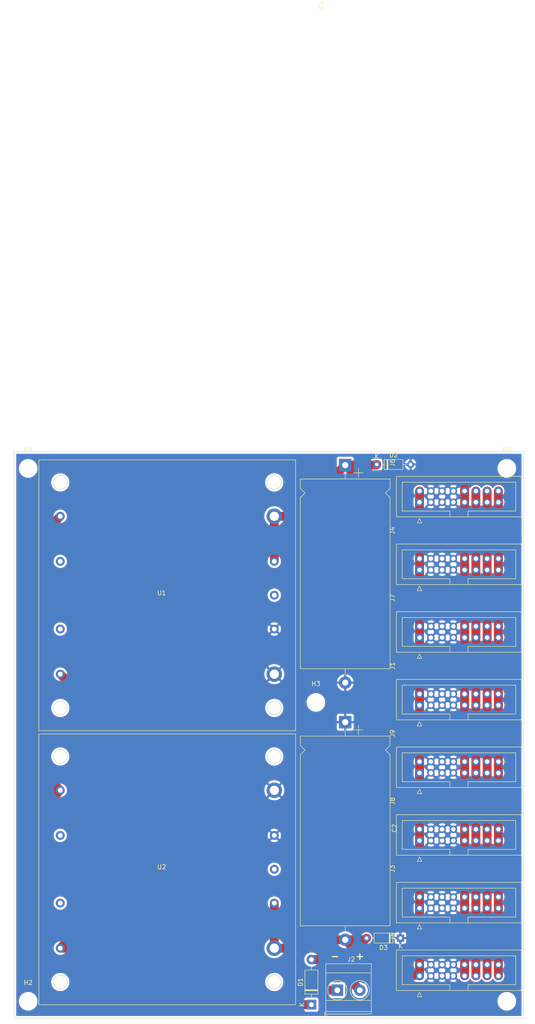
<source format=kicad_pcb>
(kicad_pcb (version 20211014) (generator pcbnew)
  (layers (0 "F.Cu" signal) (31 "B.Cu" signal) (34 "B.Paste" user) (35 "F.Paste" user) (36 "B.SilkS" user "B.Silkscreen") (37 "F.SilkS" user "F.Silkscreen") (38 "B.Mask" user) (39 "F.Mask" user) (44 "Edge.Cuts" user))
  (net 0 "")
  (net 1 "+12V")
  (net 2 "GND")
  (net 3 "-12V")
  (net 4 "Net-(D1-Pad1)")
  (net 5 "Net-(D1-Pad2)")
  (net 6 "Net-(J1-Pad11)")
  (net 7 "Net-(J1-Pad13)")
  (net 8 "Net-(J1-Pad15)")
  (net 9 "Net-(J2-Pad1)")
  (footprint "Diode_THT:D_DO-41_SOD81_P10.16mm_Horizontal" (layer "F.Cu") (at 124.206 154.432 90)
    (fp_text reference "D1" (at 5.08 -2.47 90) (layer "F.SilkS"))
    (fp_text value "1N4007")
    (fp_text user "K" (at 0 -2.1 90) (layer "F.SilkS"))
    (fp_line (start 3.26 -1.47) (end 3.26 1.47) (layer "F.SilkS") (width 0.12))
    (fp_line (start 3.14 -1.47) (end 3.14 1.47) (layer "F.SilkS") (width 0.12))
    (fp_line (start 8.82 0) (end 7.8 0) (layer "F.SilkS") (width 0.12))
    (fp_line (start 7.8 -1.47) (end 2.36 -1.47) (layer "F.SilkS") (width 0.12))
    (fp_line (start 2.36 1.47) (end 7.8 1.47) (layer "F.SilkS") (width 0.12))
    (fp_line (start 3.38 -1.47) (end 3.38 1.47) (layer "F.SilkS") (width 0.12))
    (fp_line (start 1.34 0) (end 2.36 0) (layer "F.SilkS") (width 0.12))
    (fp_line (start 2.36 -1.47) (end 2.36 1.47) (layer "F.SilkS") (width 0.12))
    (fp_line (start 7.8 1.47) (end 7.8 -1.47) (layer "F.SilkS") (width 0.12))
    (pad "1" thru_hole rect locked (at 0 0 90) (size 2.2 2.2) (drill 1.1) (layers *.Cu *.Mask) (net 4 "Net-(D1-Pad1)"))
    (pad "2" thru_hole oval locked (at 10.16 0 90) (size 2.2 2.2) (drill 1.1) (layers *.Cu *.Mask) (net 5 "Net-(D1-Pad2)"))
  )
  (footprint "Connector_IDC:IDC-Header_2x08_P2.54mm_Vertical" (layer "F.Cu") (at 148.59 147.955 90)
    (fp_text reference "J5" (at 8.89 -6.1 90) (layer "F.SilkS"))
    (fp_text value "Conn_02x08_Odd_Even")
    (fp_line (start 5.83 -5.21) (end 5.83 22.99) (layer "F.SilkS") (width 0.12))
    (fp_line (start -1.98 21.69) (end -1.98 10.94) (layer "F.SilkS") (width 0.12))
    (fp_line (start -3.29 22.99) (end -3.29 -5.21) (layer "F.SilkS") (width 0.12))
    (fp_line (start 5.83 22.99) (end -3.29 22.99) (layer "F.SilkS") (width 0.12))
    (fp_line (start 4.52 -3.91) (end 4.52 21.69) (layer "F.SilkS") (width 0.12))
    (fp_line (start -3.68 0) (end -4.68 -0.5) (layer "F.SilkS") (width 0.12))
    (fp_line (start -3.29 -5.21) (end 5.83 -5.21) (layer "F.SilkS") (width 0.12))
    (fp_line (start -4.68 0.5) (end -3.68 0) (layer "F.SilkS") (width 0.12))
    (fp_line (start -1.98 -3.91) (end 4.52 -3.91) (layer "F.SilkS") (width 0.12))
    (fp_line (start -1.98 10.94) (end -1.98 10.94) (layer "F.SilkS") (width 0.12))
    (fp_line (start -1.98 10.94) (end -3.29 10.94) (layer "F.SilkS") (width 0.12))
    (fp_line (start 4.52 21.69) (end -1.98 21.69) (layer "F.SilkS") (width 0.12))
    (fp_line (start -1.98 6.84) (end -1.98 -3.91) (layer "F.SilkS") (width 0.12))
    (fp_line (start -4.68 -0.5) (end -4.68 0.5) (layer "F.SilkS") (width 0.12))
    (fp_line (start -3.29 6.84) (end -1.98 6.84) (layer "F.SilkS") (width 0.12))
    (pad "1" thru_hole roundrect locked (at 0 0 90) (size 1.7 1.7) (drill 1) (layers *.Cu *.Mask) (roundrect_rratio 0.1470588235) (net 3 "-12V"))
    (pad "2" thru_hole circle locked (at 2.54 0 90) (size 1.7 1.7) (drill 1) (layers *.Cu *.Mask) (net 3 "-12V"))
    (pad "3" thru_hole circle locked (at 0 2.54 90) (size 1.7 1.7) (drill 1) (layers *.Cu *.Mask) (net 2 "GND"))
    (pad "4" thru_hole circle locked (at 2.54 2.54 90) (size 1.7 1.7) (drill 1) (layers *.Cu *.Mask) (net 2 "GND"))
    (pad "5" thru_hole circle locked (at 0 5.08 90) (size 1.7 1.7) (drill 1) (layers *.Cu *.Mask) (net 2 "GND"))
    (pad "6" thru_hole circle locked (at 2.54 5.08 90) (size 1.7 1.7) (drill 1) (layers *.Cu *.Mask) (net 2 "GND"))
    (pad "7" thru_hole circle locked (at 0 7.62 90) (size 1.7 1.7) (drill 1) (layers *.Cu *.Mask) (net 2 "GND"))
    (pad "8" thru_hole circle locked (at 2.54 7.62 90) (size 1.7 1.7) (drill 1) (layers *.Cu *.Mask) (net 2 "GND"))
    (pad "9" thru_hole circle locked (at 0 10.16 90) (size 1.7 1.7) (drill 1) (layers *.Cu *.Mask) (net 1 "+12V"))
    (pad "10" thru_hole circle locked (at 2.54 10.16 90) (size 1.7 1.7) (drill 1) (layers *.Cu *.Mask) (net 1 "+12V"))
    (pad "11" thru_hole circle locked (at 0 12.7 90) (size 1.7 1.7) (drill 1) (layers *.Cu *.Mask) (net 6 "Net-(J1-Pad11)"))
    (pad "12" thru_hole circle locked (at 2.54 12.7 90) (size 1.7 1.7) (drill 1) (layers *.Cu *.Mask) (net 6 "Net-(J1-Pad11)"))
    (pad "13" thru_hole circle locked (at 0 15.24 90) (size 1.7 1.7) (drill 1) (layers *.Cu *.Mask) (net 7 "Net-(J1-Pad13)"))
    (pad "14" thru_hole circle locked (at 2.54 15.24 90) (size 1.7 1.7) (drill 1) (layers *.Cu *.Mask) (net 7 "Net-(J1-Pad13)"))
    (pad "15" thru_hole circle locked (at 0 17.78 90) (size 1.7 1.7) (drill 1) (layers *.Cu *.Mask) (net 8 "Net-(J1-Pad15)"))
    (pad "16" thru_hole circle locked (at 2.54 17.78 90) (size 1.7 1.7) (drill 1) (layers *.Cu *.Mask) (net 8 "Net-(J1-Pad15)"))
  )
  (footprint "Connector_IDC:IDC-Header_2x08_P2.54mm_Vertical" (layer "F.Cu") (at 148.59 117.475 90)
    (fp_text reference "J8" (at 8.89 -6.1 90) (layer "F.SilkS"))
    (fp_text value "Conn_02x08_Odd_Even")
    (fp_line (start -1.98 10.94) (end -1.98 10.94) (layer "F.SilkS") (width 0.12))
    (fp_line (start -3.29 -5.21) (end 5.83 -5.21) (layer "F.SilkS") (width 0.12))
    (fp_line (start -4.68 -0.5) (end -4.68 0.5) (layer "F.SilkS") (width 0.12))
    (fp_line (start -3.29 22.99) (end -3.29 -5.21) (layer "F.SilkS") (width 0.12))
    (fp_line (start 4.52 21.69) (end -1.98 21.69) (layer "F.SilkS") (width 0.12))
    (fp_line (start -4.68 0.5) (end -3.68 0) (layer "F.SilkS") (width 0.12))
    (fp_line (start 4.52 -3.91) (end 4.52 21.69) (layer "F.SilkS") (width 0.12))
    (fp_line (start 5.83 -5.21) (end 5.83 22.99) (layer "F.SilkS") (width 0.12))
    (fp_line (start -3.68 0) (end -4.68 -0.5) (layer "F.SilkS") (width 0.12))
    (fp_line (start -1.98 10.94) (end -3.29 10.94) (layer "F.SilkS") (width 0.12))
    (fp_line (start -3.29 6.84) (end -1.98 6.84) (layer "F.SilkS") (width 0.12))
    (fp_line (start -1.98 6.84) (end -1.98 -3.91) (layer "F.SilkS") (width 0.12))
    (fp_line (start -1.98 21.69) (end -1.98 10.94) (layer "F.SilkS") (width 0.12))
    (fp_line (start 5.83 22.99) (end -3.29 22.99) (layer "F.SilkS") (width 0.12))
    (fp_line (start -1.98 -3.91) (end 4.52 -3.91) (layer "F.SilkS") (width 0.12))
    (pad "1" thru_hole roundrect locked (at 0 0 90) (size 1.7 1.7) (drill 1) (layers *.Cu *.Mask) (roundrect_rratio 0.1470588235) (net 3 "-12V"))
    (pad "2" thru_hole circle locked (at 2.54 0 90) (size 1.7 1.7) (drill 1) (layers *.Cu *.Mask) (net 3 "-12V"))
    (pad "3" thru_hole circle locked (at 0 2.54 90) (size 1.7 1.7) (drill 1) (layers *.Cu *.Mask) (net 2 "GND"))
    (pad "4" thru_hole circle locked (at 2.54 2.54 90) (size 1.7 1.7) (drill 1) (layers *.Cu *.Mask) (net 2 "GND"))
    (pad "5" thru_hole circle locked (at 0 5.08 90) (size 1.7 1.7) (drill 1) (layers *.Cu *.Mask) (net 2 "GND"))
    (pad "6" thru_hole circle locked (at 2.54 5.08 90) (size 1.7 1.7) (drill 1) (layers *.Cu *.Mask) (net 2 "GND"))
    (pad "7" thru_hole circle locked (at 0 7.62 90) (size 1.7 1.7) (drill 1) (layers *.Cu *.Mask) (net 2 "GND"))
    (pad "8" thru_hole circle locked (at 2.54 7.62 90) (size 1.7 1.7) (drill 1) (layers *.Cu *.Mask) (net 2 "GND"))
    (pad "9" thru_hole circle locked (at 0 10.16 90) (size 1.7 1.7) (drill 1) (layers *.Cu *.Mask) (net 1 "+12V"))
    (pad "10" thru_hole circle locked (at 2.54 10.16 90) (size 1.7 1.7) (drill 1) (layers *.Cu *.Mask) (net 1 "+12V"))
    (pad "11" thru_hole circle locked (at 0 12.7 90) (size 1.7 1.7) (drill 1) (layers *.Cu *.Mask) (net 6 "Net-(J1-Pad11)"))
    (pad "12" thru_hole circle locked (at 2.54 12.7 90) (size 1.7 1.7) (drill 1) (layers *.Cu *.Mask) (net 6 "Net-(J1-Pad11)"))
    (pad "13" thru_hole circle locked (at 0 15.24 90) (size 1.7 1.7) (drill 1) (layers *.Cu *.Mask) (net 7 "Net-(J1-Pad13)"))
    (pad "14" thru_hole circle locked (at 2.54 15.24 90) (size 1.7 1.7) (drill 1) (layers *.Cu *.Mask) (net 7 "Net-(J1-Pad13)"))
    (pad "15" thru_hole circle locked (at 0 17.78 90) (size 1.7 1.7) (drill 1) (layers *.Cu *.Mask) (net 8 "Net-(J1-Pad15)"))
    (pad "16" thru_hole circle locked (at 2.54 17.78 90) (size 1.7 1.7) (drill 1) (layers *.Cu *.Mask) (net 8 "Net-(J1-Pad15)"))
  )
  (footprint "MountingHole:MountingHole_3.2mm_M3" (layer "F.Cu") (at 125.222 86.36)
    (fp_text reference "H3" (at 0 -4.2) (layer "F.SilkS"))
    (fp_text value "MountingHole")
    (pad "" np_thru_hole circle locked (at 0 0) (size 3.2 3.2) (drill 3.2) (layers *.Cu *.Mask))
  )
  (footprint "MountingHole:MountingHole_3.2mm_M3" (layer "F.Cu") (at 168.275 33.655)
    (fp_text reference "H1" (at 0 -4.2) (layer "F.SilkS"))
    (fp_text value "MountingHole")
    (pad "" np_thru_hole circle locked (at 0 0) (size 3.2 3.2) (drill 3.2) (layers *.Cu *.Mask))
  )
  (footprint "TerminalBlock_Phoenix:TerminalBlock_Phoenix_MKDS-3-2-5.08_1x02_P5.08mm_Horizontal" (layer "F.Cu") (at 130.043 151.176)
    (fp_text reference "J2" (at 3.155 -6.965) (layer "F.SilkS"))
    (fp_text value "Screw_Terminal_01x02")
    (fp_line (start -2.6 -3.9) (end 7.68 -3.9) (layer "F.SilkS") (width 0.12))
    (fp_line (start 7.68 -5.96) (end 7.68 5.36) (layer "F.SilkS") (width 0.12))
    (fp_line (start -2.84 4.86) (end -2.84 5.6) (layer "F.SilkS") (width 0.12))
    (fp_line (start 6.468 -1.654) (end 6.088 -1.274) (layer "F.SilkS") (width 0.12))
    (fp_line (start 4.073 1.274) (end 3.693 1.654) (layer "F.SilkS") (width 0.12))
    (fp_line (start -2.6 -5.96) (end 7.68 -5.96) (layer "F.SilkS") (width 0.12))
    (fp_line (start 3.822 0.992) (end 3.427 1.388) (layer "F.SilkS") (width 0.12))
    (fp_line (start 6.734 -1.388) (end 6.339 -0.992) (layer "F.SilkS") (width 0.12))
    (fp_line (start -2.6 4.8) (end 7.68 4.8) (layer "F.SilkS") (width 0.12))
    (fp_line (start -1.548 1.281) (end -1.654 1.388) (layer "F.SilkS") (width 0.12))
    (fp_line (start -2.6 -5.96) (end -2.6 5.36) (layer "F.SilkS") (width 0.12))
    (fp_line (start -2.84 5.6) (end -2.34 5.6) (layer "F.SilkS") (width 0.12))
    (fp_line (start -2.6 5.36) (end 7.68 5.36) (layer "F.SilkS") (width 0.12))
    (fp_line (start -1.282 1.547) (end -1.388 1.654) (layer "F.SilkS") (width 0.12))
    (fp_line (start -2.6 2.3) (end 7.68 2.3) (layer "F.SilkS") (width 0.12))
    (fp_line (start 1.654 -1.388) (end 1.547 -1.281) (layer "F.SilkS") (width 0.12))
    (fp_line (start 1.388 -1.654) (end 1.281 -1.547) (layer "F.SilkS") (width 0.12))
    (fp_circle (center 0 0) (end 2.18 0) (layer "F.SilkS") (width 0.12) (fill none))
    (fp_circle (center 5.08 0) (end 7.26 0) (layer "F.SilkS") (width 0.12) (fill none))
    (pad "1" thru_hole rect locked (at 0 0) (size 2.6 2.6) (drill 1.3) (layers *.Cu *.Mask) (net 9 "Net-(J2-Pad1)"))
    (pad "2" thru_hole circle locked (at 5.08 0) (size 2.6 2.6) (drill 1.3) (layers *.Cu *.Mask) (net 5 "Net-(D1-Pad2)"))
  )
  (footprint "MountingHole:MountingHole_3.2mm_M3" (layer "F.Cu") (at 168.275 153.67 90)
    (fp_text reference "H5" (at 0 0 90) (layer "F.SilkS"))
    (fp_text value "MountingHole")
    (pad "" np_thru_hole circle locked (at 0 0 90) (size 3.2 3.2) (drill 3.2) (layers *.Cu *.Mask))
  )
  (footprint "Connector_IDC:IDC-Header_2x08_P2.54mm_Vertical" (layer "F.Cu") (at 148.59 71.755 90)
    (fp_text reference "J7" (at 8.89 -6.1 90) (layer "F.SilkS"))
    (fp_text value "Conn_02x08_Odd_Even")
    (fp_line (start -3.68 0) (end -4.68 -0.5) (layer "F.SilkS") (width 0.12))
    (fp_line (start -1.98 21.69) (end -1.98 10.94) (layer "F.SilkS") (width 0.12))
    (fp_line (start -4.68 -0.5) (end -4.68 0.5) (layer "F.SilkS") (width 0.12))
    (fp_line (start -3.29 6.84) (end -1.98 6.84) (layer "F.SilkS") (width 0.12))
    (fp_line (start -3.29 22.99) (end -3.29 -5.21) (layer "F.SilkS") (width 0.12))
    (fp_line (start -1.98 10.94) (end -1.98 10.94) (layer "F.SilkS") (width 0.12))
    (fp_line (start -4.68 0.5) (end -3.68 0) (layer "F.SilkS") (width 0.12))
    (fp_line (start -3.29 -5.21) (end 5.83 -5.21) (layer "F.SilkS") (width 0.12))
    (fp_line (start 4.52 -3.91) (end 4.52 21.69) (layer "F.SilkS") (width 0.12))
    (fp_line (start 5.83 -5.21) (end 5.83 22.99) (layer "F.SilkS") (width 0.12))
    (fp_line (start 5.83 22.99) (end -3.29 22.99) (layer "F.SilkS") (width 0.12))
    (fp_line (start -1.98 -3.91) (end 4.52 -3.91) (layer "F.SilkS") (width 0.12))
    (fp_line (start 4.52 21.69) (end -1.98 21.69) (layer "F.SilkS") (width 0.12))
    (fp_line (start -1.98 10.94) (end -3.29 10.94) (layer "F.SilkS") (width 0.12))
    (fp_line (start -1.98 6.84) (end -1.98 -3.91) (layer "F.SilkS") (width 0.12))
    (pad "1" thru_hole roundrect locked (at 0 0 90) (size 1.7 1.7) (drill 1) (layers *.Cu *.Mask) (roundrect_rratio 0.1470588235) (net 3 "-12V"))
    (pad "2" thru_hole circle locked (at 2.54 0 90) (size 1.7 1.7) (drill 1) (layers *.Cu *.Mask) (net 3 "-12V"))
    (pad "3" thru_hole circle locked (at 0 2.54 90) (size 1.7 1.7) (drill 1) (layers *.Cu *.Mask) (net 2 "GND"))
    (pad "4" thru_hole circle locked (at 2.54 2.54 90) (size 1.7 1.7) (drill 1) (layers *.Cu *.Mask) (net 2 "GND"))
    (pad "5" thru_hole circle locked (at 0 5.08 90) (size 1.7 1.7) (drill 1) (layers *.Cu *.Mask) (net 2 "GND"))
    (pad "6" thru_hole circle locked (at 2.54 5.08 90) (size 1.7 1.7) (drill 1) (layers *.Cu *.Mask) (net 2 "GND"))
    (pad "7" thru_hole circle locked (at 0 7.62 90) (size 1.7 1.7) (drill 1) (layers *.Cu *.Mask) (net 2 "GND"))
    (pad "8" thru_hole circle locked (at 2.54 7.62 90) (size 1.7 1.7) (drill 1) (layers *.Cu *.Mask) (net 2 "GND"))
    (pad "9" thru_hole circle locked (at 0 10.16 90) (size 1.7 1.7) (drill 1) (layers *.Cu *.Mask) (net 1 "+12V"))
    (pad "10" thru_hole circle locked (at 2.54 10.16 90) (size 1.7 1.7) (drill 1) (layers *.Cu *.Mask) (net 1 "+12V"))
    (pad "11" thru_hole circle locked (at 0 12.7 90) (size 1.7 1.7) (drill 1) (layers *.Cu *.Mask) (net 6 "Net-(J1-Pad11)"))
    (pad "12" thru_hole circle locked (at 2.54 12.7 90) (size 1.7 1.7) (drill 1) (layers *.Cu *.Mask) (net 6 "Net-(J1-Pad11)"))
    (pad "13" thru_hole circle locked (at 0 15.24 90) (size 1.7 1.7) (drill 1) (layers *.Cu *.Mask) (net 7 "Net-(J1-Pad13)"))
    (pad "14" thru_hole circle locked (at 2.54 15.24 90) (size 1.7 1.7) (drill 1) (layers *.Cu *.Mask) (net 7 "Net-(J1-Pad13)"))
    (pad "15" thru_hole circle locked (at 0 17.78 90) (size 1.7 1.7) (drill 1) (layers *.Cu *.Mask) (net 8 "Net-(J1-Pad15)"))
    (pad "16" thru_hole circle locked (at 2.54 17.78 90) (size 1.7 1.7) (drill 1) (layers *.Cu *.Mask) (net 8 "Net-(J1-Pad15)"))
  )
  (footprint "Alex Custom:VHB75" (layer "F.Cu") (at 90.429 123.932)
    (fp_text reference "U2" (at 0 -0.5 unlocked) (layer "F.SilkS"))
    (fp_text value "VHB75")
    (fp_rect (start -27.685 -30.48) (end 30.215 30.52) (layer "F.SilkS") (width 0.12) (fill none))
    (fp_circle (center -22.86 -25.4) (end -21.31 -25.4) (layer "Edge.Cuts") (width 0.12) (fill none))
    (fp_circle (center -22.86 25.4) (end -21.31 25.4) (layer "Edge.Cuts") (width 0.12) (fill none))
    (fp_circle (center 25.4 25.4) (end 26.95 25.4) (layer "Edge.Cuts") (width 0.12) (fill none))
    (fp_circle (center 25.4 -25.4) (end 26.95 -25.4) (layer "Edge.Cuts") (width 0.12) (fill none))
    (pad "1" thru_hole circle (at -22.86 -17.78) (size 2 2) (drill 1.1) (layers *.Cu *.Mask) (net 4 "Net-(D1-Pad1)"))
    (pad "2" thru_hole circle (at -22.86 -7.62) (size 2 2) (drill 1.1) (layers *.Cu *.Mask))
    (pad "3" thru_hole circle (at -22.86 7.62) (size 2 2) (drill 1.1) (layers *.Cu *.Mask))
    (pad "4" thru_hole circle (at -22.86 17.78) (size 2 2) (drill 1.1) (layers *.Cu *.Mask) (net 9 "Net-(J2-Pad1)"))
    (pad "5" thru_hole circle (at 25.4 17.78) (size 3.5 3.5) (drill 2.1) (layers *.Cu *.Mask) (net 3 "-12V"))
    (pad "6" thru_hole circle (at 25.4 7.62) (size 2 2) (drill 1.1) (layers *.Cu *.Mask) (net 3 "-12V"))
    (pad "7" thru_hole circle (at 25.4 0) (size 2 2) (drill 1.1) (layers *.Cu *.Mask))
    (pad "8" thru_hole circle (at 25.4 -7.62) (size 2 2) (drill 1.1) (layers *.Cu *.Mask) (net 2 "GND"))
    (pad "9" thru_hole circle (at 25.4 -17.78) (size 3.5 3.5) (drill 2.1) (layers *.Cu *.Mask) (net 2 "GND"))
  )
  (footprint "Capacitor_THT:CP_Axial_L42.5mm_D20.0mm_P49.00mm_Horizontal" (layer "F.Cu") (at 131.826 90.816 -90)
    (fp_text reference "C2" (at 23.885 -11.115 90) (layer "F.SilkS"))
    (fp_text value "4700u")
    (fp_line (start 7.33 10.12) (end 45.87 10.12) (layer "F.SilkS") (width 0.12))
    (fp_line (start 1.73 -4.05) (end 1.73 -1.95) (layer "F.SilkS") (width 0.12))
    (fp_line (start 3.13 -10.12) (end 3.13 10.12) (layer "F.SilkS") (width 0.12))
    (fp_line (start 5.23 10.12) (end 6.28 9.07) (layer "F.SilkS") (width 0.12))
    (fp_line (start 1.64 0) (end 3.13 0) (layer "F.SilkS") (width 0.12))
    (fp_line (start 6.28 9.07) (end 7.33 10.12) (layer "F.SilkS") (width 0.12))
    (fp_line (start 47.36 0) (end 45.87 0) (layer "F.SilkS") (width 0.12))
    (fp_line (start 3.13 10.12) (end 5.23 10.12) (layer "F.SilkS") (width 0.12))
    (fp_line (start 6.28 -9.07) (end 7.33 -10.12) (layer "F.SilkS") (width 0.12))
    (fp_line (start 0.68 -3) (end 2.78 -3) (layer "F.SilkS") (width 0.12))
    (fp_line (start 5.23 -10.12) (end 6.28 -9.07) (layer "F.SilkS") (width 0.12))
    (fp_line (start 7.33 -10.12) (end 45.87 -10.12) (layer "F.SilkS") (width 0.12))
    (fp_line (start 45.87 -10.12) (end 45.87 10.12) (layer "F.SilkS") (width 0.12))
    (fp_line (start 3.13 -10.12) (end 5.23 -10.12) (layer "F.SilkS") (width 0.12))
    (pad "1" thru_hole rect locked (at 0 0 270) (size 2.8 2.8) (drill 1.4) (layers *.Cu *.Mask) (net 2 "GND"))
    (pad "2" thru_hole oval locked (at 49 0 270) (size 2.8 2.8) (drill 1.4) (layers *.Cu *.Mask) (net 3 "-12V"))
  )
  (footprint "Diode_THT:D_DO-35_SOD27_P7.62mm_Horizontal" (layer "F.Cu") (at 144.272 139.446 180)
    (fp_text reference "D3" (at 3.81 -2.12) (layer "F.SilkS"))
    (fp_text value "1N4148")
    (fp_text user "K" (at 0 -1.8) (layer "F.SilkS"))
    (fp_line (start 5.93 -1.12) (end 1.69 -1.12) (layer "F.SilkS") (width 0.12))
    (fp_line (start 5.93 1.12) (end 5.93 -1.12) (layer "F.SilkS") (width 0.12))
    (fp_line (start 1.04 0) (end 1.69 0) (layer "F.SilkS") (width 0.12))
    (fp_line (start 6.58 0) (end 5.93 0) (layer "F.SilkS") (width 0.12))
    (fp_line (start 2.29 -1.12) (end 2.29 1.12) (layer "F.SilkS") (width 0.12))
    (fp_line (start 1.69 1.12) (end 5.93 1.12) (layer "F.SilkS") (width 0.12))
    (fp_line (start 2.53 -1.12) (end 2.53 1.12) (layer "F.SilkS") (width 0.12))
    (fp_line (start 2.41 -1.12) (end 2.41 1.12) (layer "F.SilkS") (width 0.12))
    (fp_line (start 1.69 -1.12) (end 1.69 1.12) (layer "F.SilkS") (width 0.12))
    (pad "1" thru_hole rect locked (at 0 0 180) (size 1.6 1.6) (drill 0.8) (layers *.Cu *.Mask) (net 2 "GND"))
    (pad "2" thru_hole oval locked (at 7.62 0 180) (size 1.6 1.6) (drill 0.8) (layers *.Cu *.Mask) (net 3 "-12V"))
  )
  (footprint "MountingHole:MountingHole_3.2mm_M3" (layer "F.Cu") (at 60.325 153.67)
    (fp_text reference "H2" (at 0 -4.2) (layer "F.SilkS"))
    (fp_text value "MountingHole")
    (pad "" np_thru_hole circle locked (at 0 0) (size 3.2 3.2) (drill 3.2) (layers *.Cu *.Mask))
  )
  (footprint "Diode_THT:D_DO-35_SOD27_P7.62mm_Horizontal" (layer "F.Cu") (at 138.938 32.766)
    (fp_text reference "D2" (at 3.81 -2.12) (layer "F.SilkS"))
    (fp_text value "1N4148")
    (fp_text user "K" (at 0 -1.8) (layer "F.SilkS"))
    (fp_line (start 5.93 1.12) (end 5.93 -1.12) (layer "F.SilkS") (width 0.12))
    (fp_line (start 2.53 -1.12) (end 2.53 1.12) (layer "F.SilkS") (width 0.12))
    (fp_line (start 1.69 1.12) (end 5.93 1.12) (layer "F.SilkS") (width 0.12))
    (fp_line (start 6.58 0) (end 5.93 0) (layer "F.SilkS") (width 0.12))
    (fp_line (start 1.69 -1.12) (end 1.69 1.12) (layer "F.SilkS") (width 0.12))
    (fp_line (start 1.04 0) (end 1.69 0) (layer "F.SilkS") (width 0.12))
    (fp_line (start 2.41 -1.12) (end 2.41 1.12) (layer "F.SilkS") (width 0.12))
    (fp_line (start 5.93 -1.12) (end 1.69 -1.12) (layer "F.SilkS") (width 0.12))
    (fp_line (start 2.29 -1.12) (end 2.29 1.12) (layer "F.SilkS") (width 0.12))
    (pad "1" thru_hole rect locked (at 0 0) (size 1.6 1.6) (drill 0.8) (layers *.Cu *.Mask) (net 1 "+12V"))
    (pad "2" thru_hole oval locked (at 7.62 0) (size 1.6 1.6) (drill 0.8) (layers *.Cu *.Mask) (net 2 "GND"))
  )
  (footprint "Capacitor_THT:CP_Axial_L42.5mm_D20.0mm_P49.00mm_Horizontal" (layer "F.Cu") (at 131.826 32.904 -90)
    (fp_text reference "C1" (at -103.6525 5.39 90) (layer "F.SilkS"))
    (fp_text value "4700u")
    (fp_line (start 47.36 0) (end 45.87 0) (layer "F.SilkS") (width 0.12))
    (fp_line (start 1.73 -4.05) (end 1.73 -1.95) (layer "F.SilkS") (width 0.12))
    (fp_line (start 3.13 -10.12) (end 3.13 10.12) (layer "F.SilkS") (width 0.12))
    (fp_line (start 7.33 -10.12) (end 45.87 -10.12) (layer "F.SilkS") (width 0.12))
    (fp_line (start 5.23 10.12) (end 6.28 9.07) (layer "F.SilkS") (width 0.12))
    (fp_line (start 3.13 -10.12) (end 5.23 -10.12) (layer "F.SilkS") (width 0.12))
    (fp_line (start 6.28 -9.07) (end 7.33 -10.12) (layer "F.SilkS") (width 0.12))
    (fp_line (start 45.87 -10.12) (end 45.87 10.12) (layer "F.SilkS") (width 0.12))
    (fp_line (start 6.28 9.07) (end 7.33 10.12) (layer "F.SilkS") (width 0.12))
    (fp_line (start 1.64 0) (end 3.13 0) (layer "F.SilkS") (width 0.12))
    (fp_line (start 7.33 10.12) (end 45.87 10.12) (layer "F.SilkS") (width 0.12))
    (fp_line (start 3.13 10.12) (end 5.23 10.12) (layer "F.SilkS") (width 0.12))
    (fp_line (start 0.68 -3) (end 2.78 -3) (layer "F.SilkS") (width 0.12))
    (fp_line (start 5.23 -10.12) (end 6.28 -9.07) (layer "F.SilkS") (width 0.12))
    (pad "1" thru_hole rect locked (at 0 0 270) (size 2.8 2.8) (drill 1.4) (layers *.Cu *.Mask) (net 1 "+12V"))
    (pad "2" thru_hole oval locked (at 49 0 270) (size 2.8 2.8) (drill 1.4) (layers *.Cu *.Mask) (net 2 "GND"))
  )
  (footprint "Connector_IDC:IDC-Header_2x08_P2.54mm_Vertical" (layer "F.Cu") (at 148.59 132.715 90)
    (fp_text reference "J3" (at 8.89 -6.1 90) (layer "F.SilkS"))
    (fp_text value "Conn_02x08_Odd_Even")
    (fp_line (start -1.98 10.94) (end -1.98 10.94) (layer "F.SilkS") (width 0.12))
    (fp_line (start -1.98 21.69) (end -1.98 10.94) (layer "F.SilkS") (width 0.12))
    (fp_line (start -4.68 0.5) (end -3.68 0) (layer "F.SilkS") (width 0.12))
    (fp_line (start 5.83 22.99) (end -3.29 22.99) (layer "F.SilkS") (width 0.12))
    (fp_line (start -3.68 0) (end -4.68 -0.5) (layer "F.SilkS") (width 0.12))
    (fp_line (start -3.29 22.99) (end -3.29 -5.21) (layer "F.SilkS") (width 0.12))
    (fp_line (start -3.29 6.84) (end -1.98 6.84) (layer "F.SilkS") (width 0.12))
    (fp_line (start 4.52 -3.91) (end 4.52 21.69) (layer "F.SilkS") (width 0.12))
    (fp_line (start 5.83 -5.21) (end 5.83 22.99) (layer "F.SilkS") (width 0.12))
    (fp_line (start -1.98 10.94) (end -3.29 10.94) (layer "F.SilkS") (width 0.12))
    (fp_line (start 4.52 21.69) (end -1.98 21.69) (layer "F.SilkS") (width 0.12))
    (fp_line (start -1.98 -3.91) (end 4.52 -3.91) (layer "F.SilkS") (width 0.12))
    (fp_line (start -3.29 -5.21) (end 5.83 -5.21) (layer "F.SilkS") (width 0.12))
    (fp_line (start -4.68 -0.5) (end -4.68 0.5) (layer "F.SilkS") (width 0.12))
    (fp_line (start -1.98 6.84) (end -1.98 -3.91) (layer "F.SilkS") (width 0.12))
    (pad "1" thru_hole roundrect locked (at 0 0 90) (size 1.7 1.7) (drill 1) (layers *.Cu *.Mask) (roundrect_rratio 0.1470588235) (net 3 "-12V"))
    (pad "2" thru_hole circle locked (at 2.54 0 90) (size 1.7 1.7) (drill 1) (layers *.Cu *.Mask) (net 3 "-12V"))
    (pad "3" thru_hole circle locked (at 0 2.54 90) (size 1.7 1.7) (drill 1) (layers *.Cu *.Mask) (net 2 "GND"))
    (pad "4" thru_hole circle locked (at 2.54 2.54 90) (size 1.7 1.7) (drill 1) (layers *.Cu *.Mask) (net 2 "GND"))
    (pad "5" thru_hole circle locked (at 0 5.08 90) (size 1.7 1.7) (drill 1) (layers *.Cu *.Mask) (net 2 "GND"))
    (pad "6" thru_hole circle locked (at 2.54 5.08 90) (size 1.7 1.7) (drill 1) (layers *.Cu *.Mask) (net 2 "GND"))
    (pad "7" thru_hole circle locked (at 0 7.62 90) (size 1.7 1.7) (drill 1) (layers *.Cu *.Mask) (net 2 "GND"))
    (pad "8" thru_hole circle locked (at 2.54 7.62 90) (size 1.7 1.7) (drill 1) (layers *.Cu *.Mask) (net 2 "GND"))
    (pad "9" thru_hole circle locked (at 0 10.16 90) (size 1.7 1.7) (drill 1) (layers *.Cu *.Mask) (net 1 "+12V"))
    (pad "10" thru_hole circle locked (at 2.54 10.16 90) (size 1.7 1.7) (drill 1) (layers *.Cu *.Mask) (net 1 "+12V"))
    (pad "11" thru_hole circle locked (at 0 12.7 90) (size 1.7 1.7) (drill 1) (layers *.Cu *.Mask) (net 6 "Net-(J1-Pad11)"))
    (pad "12" thru_hole circle locked (at 2.54 12.7 90) (size 1.7 1.7) (drill 1) (layers *.Cu *.Mask) (net 6 "Net-(J1-Pad11)"))
    (pad "13" thru_hole circle locked (at 0 15.24 90) (size 1.7 1.7) (drill 1) (layers *.Cu *.Mask) (net 7 "Net-(J1-Pad13)"))
    (pad "14" thru_hole circle locked (at 2.54 15.24 90) (size 1.7 1.7) (drill 1) (layers *.Cu *.Mask) (net 7 "Net-(J1-Pad13)"))
    (pad "15" thru_hole circle locked (at 0 17.78 90) (size 1.7 1.7) (drill 1) (layers *.Cu *.Mask) (net 8 "Net-(J1-Pad15)"))
    (pad "16" thru_hole circle locked (at 2.54 17.78 90) (size 1.7 1.7) (drill 1) (layers *.Cu *.Mask) (net 8 "Net-(J1-Pad15)"))
  )
  (footprint "MountingHole:MountingHole_3.2mm_M3" (layer "F.Cu") (at 60.325 33.655)
    (fp_text reference "H4" (at 0 -4.2) (layer "F.SilkS"))
    (fp_text value "MountingHole")
    (pad "" np_thru_hole circle locked (at 0 0) (size 3.2 3.2) (drill 3.2) (layers *.Cu *.Mask))
  )
  (footprint "Connector_IDC:IDC-Header_2x08_P2.54mm_Vertical" (layer "F.Cu") (at 148.59 56.515 90)
    (fp_text reference "J4" (at 8.89 -6.1 90) (layer "F.SilkS"))
    (fp_text value "Conn_02x08_Odd_Even")
    (fp_line (start -4.68 0.5) (end -3.68 0) (layer "F.SilkS") (width 0.12))
    (fp_line (start -1.98 10.94) (end -3.29 10.94) (layer "F.SilkS") (width 0.12))
    (fp_line (start 4.52 21.69) (end -1.98 21.69) (layer "F.SilkS") (width 0.12))
    (fp_line (start -3.29 22.99) (end -3.29 -5.21) (layer "F.SilkS") (width 0.12))
    (fp_line (start -1.98 10.94) (end -1.98 10.94) (layer "F.SilkS") (width 0.12))
    (fp_line (start 4.52 -3.91) (end 4.52 21.69) (layer "F.SilkS") (width 0.12))
    (fp_line (start -1.98 21.69) (end -1.98 10.94) (layer "F.SilkS") (width 0.12))
    (fp_line (start -3.68 0) (end -4.68 -0.5) (layer "F.SilkS") (width 0.12))
    (fp_line (start -4.68 -0.5) (end -4.68 0.5) (layer "F.SilkS") (width 0.12))
    (fp_line (start -3.29 6.84) (end -1.98 6.84) (layer "F.SilkS") (width 0.12))
    (fp_line (start -1.98 -3.91) (end 4.52 -3.91) (layer "F.SilkS") (width 0.12))
    (fp_line (start -1.98 6.84) (end -1.98 -3.91) (layer "F.SilkS") (width 0.12))
    (fp_line (start 5.83 -5.21) (end 5.83 22.99) (layer "F.SilkS") (width 0.12))
    (fp_line (start -3.29 -5.21) (end 5.83 -5.21) (layer "F.SilkS") (width 0.12))
    (fp_line (start 5.83 22.99) (end -3.29 22.99) (layer "F.SilkS") (width 0.12))
    (pad "1" thru_hole roundrect locked (at 0 0 90) (size 1.7 1.7) (drill 1) (layers *.Cu *.Mask) (roundrect_rratio 0.1470588235) (net 3 "-12V"))
    (pad "2" thru_hole circle locked (at 2.54 0 90) (size 1.7 1.7) (drill 1) (layers *.Cu *.Mask) (net 3 "-12V"))
    (pad "3" thru_hole circle locked (at 0 2.54 90) (size 1.7 1.7) (drill 1) (layers *.Cu *.Mask) (net 2 "GND"))
    (pad "4" thru_hole circle locked (at 2.54 2.54 90) (size 1.7 1.7) (drill 1) (layers *.Cu *.Mask) (net 2 "GND"))
    (pad "5" thru_hole circle locked (at 0 5.08 90) (size 1.7 1.7) (drill 1) (layers *.Cu *.Mask) (net 2 "GND"))
    (pad "6" thru_hole circle locked (at 2.54 5.08 90) (size 1.7 1.7) (drill 1) (layers *.Cu *.Mask) (net 2 "GND"))
    (pad "7" thru_hole circle locked (at 0 7.62 90) (size 1.7 1.7) (drill 1) (layers *.Cu *.Mask) (net 2 "GND"))
    (pad "8" thru_hole circle locked (at 2.54 7.62 90) (size 1.7 1.7) (drill 1) (layers *.Cu *.Mask) (net 2 "GND"))
    (pad "9" thru_hole circle locked (at 0 10.16 90) (size 1.7 1.7) (drill 1) (layers *.Cu *.Mask) (net 1 "+12V"))
    (pad "10" thru_hole circle locked (at 2.54 10.16 90) (size 1.7 1.7) (drill 1) (layers *.Cu *.Mask) (net 1 "+12V"))
    (pad "11" thru_hole circle locked (at 0 12.7 90) (size 1.7 1.7) (drill 1) (layers *.Cu *.Mask) (net 6 "Net-(J1-Pad11)"))
    (pad "12" thru_hole circle locked (at 2.54 12.7 90) (size 1.7 1.7) (drill 1) (layers *.Cu *.Mask) (net 6 "Net-(J1-Pad11)"))
    (pad "13" thru_hole circle locked (at 0 15.24 90) (size 1.7 1.7) (drill 1) (layers *.Cu *.Mask) (net 7 "Net-(J1-Pad13)"))
    (pad "14" thru_hole circle locked (at 2.54 15.24 90) (size 1.7 1.7) (drill 1) (layers *.Cu *.Mask) (net 7 "Net-(J1-Pad13)"))
    (pad "15" thru_hole circle locked (at 0 17.78 90) (size 1.7 1.7) (drill 1) (layers *.Cu *.Mask) (net 8 "Net-(J1-Pad15)"))
    (pad "16" thru_hole circle locked (at 2.54 17.78 90) (size 1.7 1.7) (drill 1) (layers *.Cu *.Mask) (net 8 "Net-(J1-Pad15)"))
  )
  (footprint "Alex Custom:VHB75" (layer "F.Cu") (at 90.429 62.21)
    (fp_text reference "U1" (at 0 -0.5 unlocked) (layer "F.SilkS"))
    (fp_text value "VHB75")
    (fp_rect (start -27.685 -30.48) (end 30.215 30.52) (layer "F.SilkS") (width 0.12) (fill none))
    (fp_circle (center 25.4 -25.4) (end 26.95 -25.4) (layer "Edge.Cuts") (width 0.12) (fill none))
    (fp_circle (center 25.4 25.4) (end 26.95 25.4) (layer "Edge.Cuts") (width 0.12) (fill none))
    (fp_circle (center -22.86 -25.4) (end -21.31 -25.4) (layer "Edge.Cuts") (width 0.12) (fill none))
    (fp_circle (center -22.86 25.4) (end -21.31 25.4) (layer "Edge.Cuts") (width 0.12) (fill none))
    (pad "1" thru_hole circle (at -22.86 -17.78) (size 2 2) (drill 1.1) (layers *.Cu *.Mask) (net 4 "Net-(D1-Pad1)"))
    (pad "2" thru_hole circle (at -22.86 -7.62) (size 2 2) (drill 1.1) (layers *.Cu *.Mask))
    (pad "3" thru_hole circle (at -22.86 7.62) (size 2 2) (drill 1.1) (layers *.Cu *.Mask))
    (pad "4" thru_hole circle (at -22.86 17.78) (size 2 2) (drill 1.1) (layers *.Cu *.Mask) (net 9 "Net-(J2-Pad1)"))
    (pad "5" thru_hole circle (at 25.4 17.78) (size 3.5 3.5) (drill 2.1) (layers *.Cu *.Mask) (net 2 "GND"))
    (pad "6" thru_hole circle (at 25.4 7.62) (size 2 2) (drill 1.1) (layers *.Cu *.Mask) (net 2 "GND"))
    (pad "7" thru_hole circle (at 25.4 0) (size 2 2) (drill 1.1) (layers *.Cu *.Mask))
    (pad "8" thru_hole circle (at 25.4 -7.62) (size 2 2) (drill 1.1) (layers *.Cu *.Mask) (net 1 "+12V"))
    (pad "9" thru_hole circle (at 25.4 -17.78) (size 3.5 3.5) (drill 2.1) (layers *.Cu *.Mask) (net 1 "+12V"))
  )
  (footprint "Connector_IDC:IDC-Header_2x08_P2.54mm_Vertical" (layer "F.Cu") (at 148.59 102.235 90)
    (fp_text reference "J9" (at 8.89 -6.1 90) (layer "F.SilkS"))
    (fp_text value "Conn_02x08_Odd_Even")
    (fp_line (start -4.68 -0.5) (end -4.68 0.5) (layer "F.SilkS") (width 0.12))
    (fp_line (start -1.98 6.84) (end -1.98 -3.91) (layer "F.SilkS") (width 0.12))
    (fp_line (start -3.29 -5.21) (end 5.83 -5.21) (layer "F.SilkS") (width 0.12))
    (fp_line (start 5.83 -5.21) (end 5.83 22.99) (layer "F.SilkS") (width 0.12))
    (fp_line (start -3.29 22.99) (end -3.29 -5.21) (layer "F.SilkS") (width 0.12))
    (fp_line (start -1.98 -3.91) (end 4.52 -3.91) (layer "F.SilkS") (width 0.12))
    (fp_line (start 5.83 22.99) (end -3.29 22.99) (layer "F.SilkS") (width 0.12))
    (fp_line (start -4.68 0.5) (end -3.68 0) (layer "F.SilkS") (width 0.12))
    (fp_line (start -1.98 21.69) (end -1.98 10.94) (layer "F.SilkS") (width 0.12))
    (fp_line (start -1.98 10.94) (end -3.29 10.94) (layer "F.SilkS") (width 0.12))
    (fp_line (start 4.52 -3.91) (end 4.52 21.69) (layer "F.SilkS") (width 0.12))
    (fp_line (start -3.29 6.84) (end -1.98 6.84) (layer "F.SilkS") (width 0.12))
    (fp_line (start 4.52 21.69) (end -1.98 21.69) (layer "F.SilkS") (width 0.12))
    (fp_line (start -3.68 0) (end -4.68 -0.5) (layer "F.SilkS") (width 0.12))
    (fp_line (start -1.98 10.94) (end -1.98 10.94) (layer "F.SilkS") (width 0.12))
    (pad "1" thru_hole roundrect locked (at 0 0 90) (size 1.7 1.7) (drill 1) (layers *.Cu *.Mask) (roundrect_rratio 0.1470588235) (net 3 "-12V"))
    (pad "2" thru_hole circle locked (at 2.54 0 90) (size 1.7 1.7) (drill 1) (layers *.Cu *.Mask) (net 3 "-12V"))
    (pad "3" thru_hole circle locked (at 0 2.54 90) (size 1.7 1.7) (drill 1) (layers *.Cu *.Mask) (net 2 "GND"))
    (pad "4" thru_hole circle locked (at 2.54 2.54 90) (size 1.7 1.7) (drill 1) (layers *.Cu *.Mask) (net 2 "GND"))
    (pad "5" thru_hole circle locked (at 0 5.08 90) (size 1.7 1.7) (drill 1) (layers *.Cu *.Mask) (net 2 "GND"))
    (pad "6" thru_hole circle locked (at 2.54 5.08 90) (size 1.7 1.7) (drill 1) (layers *.Cu *.Mask) (net 2 "GND"))
    (pad "7" thru_hole circle locked (at 0 7.62 90) (size 1.7 1.7) (drill 1) (layers *.Cu *.Mask) (net 2 "GND"))
    (pad "8" thru_hole circle locked (at 2.54 7.62 90) (size 1.7 1.7) (drill 1) (layers *.Cu *.Mask) (net 2 "GND"))
    (pad "9" thru_hole circle locked (at 0 10.16 90) (size 1.7 1.7) (drill 1) (layers *.Cu *.Mask) (net 1 "+12V"))
    (pad "10" thru_hole circle locked (at 2.54 10.16 90) (size 1.7 1.7) (drill 1) (layers *.Cu *.Mask) (net 1 "+12V"))
    (pad "11" thru_hole circle locked (at 0 12.7 90) (size 1.7 1.7) (drill 1) (layers *.Cu *.Mask) (net 6 "Net-(J1-Pad11)"))
    (pad "12" thru_hole circle locked (at 2.54 12.7 90) (size 1.7 1.7) (drill 1) (layers *.Cu *.Mask) (net 6 "Net-(J1-Pad11)"))
    (pad "13" thru_hole circle locked (at 0 15.24 90) (size 1.7 1.7) (drill 1) (layers *.Cu *.Mask) (net 7 "Net-(J1-Pad13)"))
    (pad "14" thru_hole circle locked (at 2.54 15.24 90) (size 1.7 1.7) (drill 1) (layers *.Cu *.Mask) (net 7 "Net-(J1-Pad13)"))
    (pad "15" thru_hole circle locked (at 0 17.78 90) (size 1.7 1.7) (drill 1) (layers *.Cu *.Mask) (net 8 "Net-(J1-Pad15)"))
    (pad "16" thru_hole circle locked (at 2.54 17.78 90) (size 1.7 1.7) (drill 1) (layers *.Cu *.Mask) (net 8 "Net-(J1-Pad15)"))
  )
  (footprint "Connector_IDC:IDC-Header_2x08_P2.54mm_Vertical" (layer "F.Cu") (at 148.59 41.275 90)
    (fp_text reference "J6" (at 8.89 -6.1 90) (layer "F.SilkS"))
    (fp_text value "Conn_02x08_Odd_Even")
    (fp_line (start -1.98 6.84) (end -1.98 -3.91) (layer "F.SilkS") (width 0.12))
    (fp_line (start -1.98 10.94) (end -3.29 10.94) (layer "F.SilkS") (width 0.12))
    (fp_line (start -3.29 -5.21) (end 5.83 -5.21) (layer "F.SilkS") (width 0.12))
    (fp_line (start 5.83 -5.21) (end 5.83 22.99) (layer "F.SilkS") (width 0.12))
    (fp_line (start 5.83 22.99) (end -3.29 22.99) (layer "F.SilkS") (width 0.12))
    (fp_line (start -3.29 22.99) (end -3.29 -5.21) (layer "F.SilkS") (width 0.12))
    (fp_line (start -4.68 0.5) (end -3.68 0) (layer "F.SilkS") (width 0.12))
    (fp_line (start -1.98 21.69) (end -1.98 10.94) (layer "F.SilkS") (width 0.12))
    (fp_line (start 4.52 -3.91) (end 4.52 21.69) (layer "F.SilkS") (width 0.12))
    (fp_line (start -1.98 -3.91) (end 4.52 -3.91) (layer "F.SilkS") (width 0.12))
    (fp_line (start -3.68 0) (end -4.68 -0.5) (layer "F.SilkS") (width 0.12))
    (fp_line (start 4.52 21.69) (end -1.98 21.69) (layer "F.SilkS") (width 0.12))
    (fp_line (start -1.98 10.94) (end -1.98 10.94) (layer "F.SilkS") (width 0.12))
    (fp_line (start -4.68 -0.5) (end -4.68 0.5) (layer "F.SilkS") (width 0.12))
    (fp_line (start -3.29 6.84) (end -1.98 6.84) (layer "F.SilkS") (width 0.12))
    (pad "1" thru_hole roundrect locked (at 0 0 90) (size 1.7 1.7) (drill 1) (layers *.Cu *.Mask) (roundrect_rratio 0.1470588235) (net 3 "-12V"))
    (pad "2" thru_hole circle locked (at 2.54 0 90) (size 1.7 1.7) (drill 1) (layers *.Cu *.Mask) (net 3 "-12V"))
    (pad "3" thru_hole circle locked (at 0 2.54 90) (size 1.7 1.7) (drill 1) (layers *.Cu *.Mask) (net 2 "GND"))
    (pad "4" thru_hole circle locked (at 2.54 2.54 90) (size 1.7 1.7) (drill 1) (layers *.Cu *.Mask) (net 2 "GND"))
    (pad "5" thru_hole circle locked (at 0 5.08 90) (size 1.7 1.7) (drill 1) (layers *.Cu *.Mask) (net 2 "GND"))
    (pad "6" thru_hole circle locked (at 2.54 5.08 90) (size 1.7 1.7) (drill 1) (layers *.Cu *.Mask) (net 2 "GND"))
    (pad "7" thru_hole circle locked (at 0 7.62 90) (size 1.7 1.7) (drill 1) (layers *.Cu *.Mask) (net 2 "GND"))
    (pad "8" thru_hole circle locked (at 2.54 7.62 90) (size 1.7 1.7) (drill 1) (layers *.Cu *.Mask) (net 2 "GND"))
    (pad "9" thru_hole circle locked (at 0 10.16 90) (size 1.7 1.7) (drill 1) (layers *.Cu *.Mask) (net 1 "+12V"))
    (pad "10" thru_hole circle locked (at 2.54 10.16 90) (size 1.7 1.7) (drill 1) (layers *.Cu *.Mask) (net 1 "+12V"))
    (pad "11" thru_hole circle locked (at 0 12.7 90) (size 1.7 1.7) (drill 1) (layers *.Cu *.Mask) (net 6 "Net-(J1-Pad11)"))
    (pad "12" thru_hole circle locked (at 2.54 12.7 90) (size 1.7 1.7) (drill 1) (layers *.Cu *.Mask) (net 6 "Net-(J1-Pad11)"))
    (pad "13" thru_hole circle locked (at 0 15.24 90) (size 1.7 1.7) (drill 1) (layers *.Cu *.Mask) (net 7 "Net-(J1-Pad13)"))
    (pad "14" thru_hole circle locked (at 2.54 15.24 90) (size 1.7 1.7) (drill 1) (layers *.Cu *.Mask) (net 7 "Net-(J1-Pad13)"))
    (pad "15" thru_hole circle locked (at 0 17.78 90) (size 1.7 1.7) (drill 1) (layers *.Cu *.Mask) (net 8 "Net-(J1-Pad15)"))
    (pad "16" thru_hole circle locked (at 2.54 17.78 90) (size 1.7 1.7) (drill 1) (layers *.Cu *.Mask) (net 8 "Net-(J1-Pad15)"))
  )
  (footprint "Connector_IDC:IDC-Header_2x08_P2.54mm_Vertical" (layer "F.Cu") (at 148.59 86.995 90)
    (fp_text reference "J1" (at 8.89 -6.1 90) (layer "F.SilkS"))
    (fp_text value "Conn_02x08_Odd_Even")
    (fp_line (start -1.98 10.94) (end -1.98 10.94) (layer "F.SilkS") (width 0.12))
    (fp_line (start 5.83 -5.21) (end 5.83 22.99) (layer "F.SilkS") (width 0.12))
    (fp_line (start -3.29 22.99) (end -3.29 -5.21) (layer "F.SilkS") (width 0.12))
    (fp_line (start 4.52 21.69) (end -1.98 21.69) (layer "F.SilkS") (width 0.12))
    (fp_line (start 5.83 22.99) (end -3.29 22.99) (layer "F.SilkS") (width 0.12))
    (fp_line (start -3.29 6.84) (end -1.98 6.84) (layer "F.SilkS") (width 0.12))
    (fp_line (start -1.98 10.94) (end -3.29 10.94) (layer "F.SilkS") (width 0.12))
    (fp_line (start 4.52 -3.91) (end 4.52 21.69) (layer "F.SilkS") (width 0.12))
    (fp_line (start -4.68 0.5) (end -3.68 0) (layer "F.SilkS") (width 0.12))
    (fp_line (start -3.29 -5.21) (end 5.83 -5.21) (layer "F.SilkS") (width 0.12))
    (fp_line (start -4.68 -0.5) (end -4.68 0.5) (layer "F.SilkS") (width 0.12))
    (fp_line (start -1.98 -3.91) (end 4.52 -3.91) (layer "F.SilkS") (width 0.12))
    (fp_line (start -1.98 21.69) (end -1.98 10.94) (layer "F.SilkS") (width 0.12))
    (fp_line (start -3.68 0) (end -4.68 -0.5) (layer "F.SilkS") (width 0.12))
    (fp_line (start -1.98 6.84) (end -1.98 -3.91) (layer "F.SilkS") (width 0.12))
    (pad "1" thru_hole roundrect locked (at 0 0 90) (size 1.7 1.7) (drill 1) (layers *.Cu *.Mask) (roundrect_rratio 0.1470588235) (net 3 "-12V"))
    (pad "2" thru_hole circle locked (at 2.54 0 90) (size 1.7 1.7) (drill 1) (layers *.Cu *.Mask) (net 3 "-12V"))
    (pad "3" thru_hole circle locked (at 0 2.54 90) (size 1.7 1.7) (drill 1) (layers *.Cu *.Mask) (net 2 "GND"))
    (pad "4" thru_hole circle locked (at 2.54 2.54 90) (size 1.7 1.7) (drill 1) (layers *.Cu *.Mask) (net 2 "GND"))
    (pad "5" thru_hole circle locked (at 0 5.08 90) (size 1.7 1.7) (drill 1) (layers *.Cu *.Mask) (net 2 "GND"))
    (pad "6" thru_hole circle locked (at 2.54 5.08 90) (size 1.7 1.7) (drill 1) (layers *.Cu *.Mask) (net 2 "GND"))
    (pad "7" thru_hole circle locked (at 0 7.62 90) (size 1.7 1.7) (drill 1) (layers *.Cu *.Mask) (net 2 "GND"))
    (pad "8" thru_hole circle locked (at 2.54 7.62 90) (size 1.7 1.7) (drill 1) (layers *.Cu *.Mask) (net 2 "GND"))
    (pad "9" thru_hole circle locked (at 0 10.16 90) (size 1.7 1.7) (drill 1) (layers *.Cu *.Mask) (net 1 "+12V"))
    (pad "10" thru_hole circle locked (at 2.54 10.16 90) (size 1.7 1.7) (drill 1) (layers *.Cu *.Mask) (net 1 "+12V"))
    (pad "11" thru_hole circle locked (at 0 12.7 90) (size 1.7 1.7) (drill 1) (layers *.Cu *.Mask) (net 6 "Net-(J1-Pad11)"))
    (pad "12" thru_hole circle locked (at 2.54 12.7 90) (size 1.7 1.7) (drill 1) (layers *.Cu *.Mask) (net 6 "Net-(J1-Pad11)"))
    (pad "13" thru_hole circle locked (at 0 15.24 90) (size 1.7 1.7) (drill 1) (layers *.Cu *.Mask) (net 7 "Net-(J1-Pad13)"))
    (pad "14" thru_hole circle locked (at 2.54 15.24 90) (size 1.7 1.7) (drill 1) (layers *.Cu *.Mask) (net 7 "Net-(J1-Pad13)"))
    (pad "15" thru_hole circle locked (at 0 17.78 90) (size 1.7 1.7) (drill 1) (layers *.Cu *.Mask) (net 8 "Net-(J1-Pad15)"))
    (pad "16" thru_hole circle locked (at 2.54 17.78 90) (size 1.7 1.7) (drill 1) (layers *.Cu *.Mask) (net 8 "Net-(J1-Pad15)"))
  )
  (gr_rect (start 57.15 29.845) (end 172.085 157.48) (layer "Edge.Cuts") (width 0.1) (fill none))
  (gr_text "-" (at 129.54 143.51) (layer "F.SilkS") (effects (font (size 1.5 1.5) (thickness 0.3))))
  (gr_text "+" (at 135.128 143.51) (layer "F.SilkS") (effects (font (size 1.5 1.5) (thickness 0.3))))
  (segment (start 138.8 32.904) (end 138.938 32.766) (width 2) (layer "F.Cu") (net 1))
  (segment (start 158.75 114.935) (end 158.75 102.235) (width 2) (layer "F.Cu") (net 1))
  (segment (start 134.482 35.56) (end 131.826 32.904) (width 2) (layer "F.Cu") (net 1))
  (segment (start 158.75 145.415) (end 158.75 132.715) (width 2) (layer "F.Cu") (net 1))
  (segment (start 158.75 84.455) (end 158.75 86.995) (width 2) (layer "F.Cu") (net 1))
  (segment (start 158.75 56.515) (end 158.75 38.735) (width 2) (layer "F.Cu") (net 1))
  (segment (start 158.75 147.955) (end 158.75 145.415) (width 2) (layer "F.Cu") (net 1))
  (segment (start 158.75 99.695) (end 158.75 86.995) (width 2) (layer "F.Cu") (net 1))
  (segment (start 158.75 38.735) (end 158.75 36.576) (width 2) (layer "F.Cu") (net 1))
  (segment (start 115.829 44.43) (end 120.3 44.43) (width 2) (layer "F.Cu") (net 1))
  (segment (start 157.734 35.56) (end 134.482 35.56) (width 2) (layer "F.Cu") (net 1))
  (segment (start 158.75 130.175) (end 158.75 117.475) (width 2) (layer "F.Cu") (net 1))
  (segment (start 158.75 84.455) (end 158.75 71.755) (width 2) (layer "F.Cu") (net 1))
  (segment (start 158.75 69.215) (end 158.75 56.515) (width 2) (layer "F.Cu") (net 1))
  (segment (start 158.75 130.175) (end 158.75 132.715) (width 2) (layer "F.Cu") (net 1))
  (segment (start 158.75 99.695) (end 158.75 102.235) (width 2) (layer "F.Cu") (net 1))
  (segment (start 120.3 44.43) (end 131.826 32.904) (width 2) (layer "F.Cu") (net 1))
  (segment (start 131.826 32.904) (end 138.8 32.904) (width 2) (layer "F.Cu") (net 1))
  (segment (start 115.829 44.43) (end 115.829 54.59) (width 2) (layer "F.Cu") (net 1))
  (segment (start 158.75 114.935) (end 158.75 117.475) (width 2) (layer "F.Cu") (net 1))
  (segment (start 158.75 69.215) (end 158.75 71.755) (width 2) (layer "F.Cu") (net 1))
  (segment (start 158.75 36.576) (end 157.734 35.56) (width 2) (layer "F.Cu") (net 1))
  (segment (start 148.463 147.828) (end 148.59 147.955) (width 2) (layer "F.Cu") (net 3))
  (segment (start 148.59 86.995) (end 148.59 99.695) (width 2) (layer "F.Cu") (net 3))
  (segment (start 148.59 99.695) (end 148.59 102.235) (width 2) (layer "F.Cu") (net 3))
  (segment (start 115.829 141.712) (end 119.654 141.712) (width 2) (layer "F.Cu") (net 3))
  (segment (start 121.55 139.816) (end 131.826 139.816) (width 2) (layer "F.Cu") (net 3))
  (segment (start 148.59 102.235) (end 148.59 114.935) (width 2) (layer "F.Cu") (net 3))
  (segment (start 148.59 53.975) (end 148.59 56.515) (width 2) (layer "F.Cu") (net 3))
  (segment (start 148.59 56.515) (end 148.59 69.215) (width 2) (layer "F.Cu") (net 3))
  (segment (start 148.59 84.455) (end 148.59 86.995) (width 2) (layer "F.Cu") (net 3))
  (segment (start 148.59 130.175) (end 148.59 132.715) (width 2) (layer "F.Cu") (net 3))
  (segment (start 119.654 141.712) (end 121.55 139.816) (width 2) (layer "F.Cu") (net 3))
  (segment (start 136.282 139.816) (end 136.652 139.446) (width 2) (layer "F.Cu") (net 3))
  (segment (start 131.826 139.816) (end 136.282 139.816) (width 2) (layer "F.Cu") (net 3))
  (segment (start 148.59 53.975) (end 148.59 38.735) (width 2) (layer "F.Cu") (net 3))
  (segment (start 131.826 139.816) (end 139.838 147.828) (width 2) (layer "F.Cu") (net 3))
  (segment (start 148.59 69.215) (end 148.59 71.755) (width 2) (layer "F.Cu") (net 3))
  (segment (start 139.838 147.828) (end 148.463 147.828) (width 2) (layer "F.Cu") (net 3))
  (segment (start 148.59 132.715) (end 148.59 145.415) (width 2) (layer "F.Cu") (net 3))
  (segment (start 148.59 71.755) (end 148.59 84.455) (width 2) (layer "F.Cu") (net 3))
  (segment (start 148.59 147.955) (end 148.59 145.415) (width 2) (layer "F.Cu") (net 3))
  (segment (start 115.829 141.712) (end 115.829 131.552) (width 2) (layer "F.Cu") (net 3))
  (segment (start 148.59 114.935) (end 148.59 117.475) (width 2) (layer "F.Cu") (net 3))
  (segment (start 148.59 117.475) (end 148.59 130.175) (width 2) (layer "F.Cu") (net 3))
  (segment (start 62.23 49.769) (end 62.23 100.813) (width 2) (layer "F.Cu") (net 4))
  (segment (start 62.23 100.813) (end 67.569 106.152) (width 2) (layer "F.Cu") (net 4))
  (segment (start 67.569 44.43) (end 62.23 49.769) (width 2) (layer "F.Cu") (net 4))
  (segment (start 62.992 110.729) (end 67.569 106.152) (width 2) (layer "F.Cu") (net 4))
  (segment (start 66.802 154.432) (end 62.992 150.622) (width 2) (layer "F.Cu") (net 4))
  (segment (start 62.992 150.622) (end 62.992 110.729) (width 2) (layer "F.Cu") (net 4))
  (segment (start 124.206 154.432) (end 66.802 154.432) (width 2) (layer "F.Cu") (net 4))
  (segment (start 128.219 144.272) (end 135.123 151.176) (width 2) (layer "F.Cu") (net 5))
  (segment (start 124.206 144.272) (end 128.219 144.272) (width 2) (layer "F.Cu") (net 5))
  (segment (start 161.29 84.455) (end 161.29 86.995) (width 2) (layer "F.Cu") (net 6))
  (segment (start 161.29 71.755) (end 161.29 84.455) (width 2) (layer "F.Cu") (net 6))
  (segment (start 161.29 117.475) (end 161.29 130.175) (width 2) (layer "F.Cu") (net 6))
  (segment (start 161.29 56.515) (end 161.29 69.215) (width 2) (layer "F.Cu") (net 6))
  (segment (start 161.29 132.715) (end 161.29 145.415) (width 2) (layer "F.Cu") (net 6))
  (segment (start 161.29 114.935) (end 161.29 117.475) (width 2) (layer "F.Cu") (net 6))
  (segment (start 161.29 147.955) (end 161.29 145.415) (width 2) (layer "F.Cu") (net 6))
  (segment (start 161.29 102.235) (end 161.29 114.935) (width 2) (layer "F.Cu") (net 6))
  (segment (start 161.29 130.175) (end 161.29 132.715) (width 2) (layer "F.Cu") (net 6))
  (segment (start 161.29 99.695) (end 161.29 102.235) (width 2) (layer "F.Cu") (net 6))
  (segment (start 161.29 56.515) (end 161.29 38.735) (width 2) (layer "F.Cu") (net 6))
  (segment (start 161.29 86.995) (end 161.29 99.695) (width 2) (layer "F.Cu") (net 6))
  (segment (start 161.29 69.215) (end 161.29 71.755) (width 2) (layer "F.Cu") (net 6))
  (segment (start 163.83 84.455) (end 163.83 86.995) (width 2) (layer "F.Cu") (net 7))
  (segment (start 163.83 102.235) (end 163.83 114.935) (width 2) (layer "F.Cu") (net 7))
  (segment (start 163.83 117.475) (end 163.83 130.175) (width 2) (layer "F.Cu") (net 7))
  (segment (start 163.83 114.935) (end 163.83 117.475) (width 2) (layer "F.Cu") (net 7))
  (segment (start 163.83 56.515) (end 163.83 69.215) (width 2) (layer "F.Cu") (net 7))
  (segment (start 163.83 71.755) (end 163.83 84.455) (width 2) (layer "F.Cu") (net 7))
  (segment (start 163.83 145.415) (end 163.83 147.955) (width 2) (layer "F.Cu") (net 7))
  (segment (start 163.83 99.695) (end 163.83 102.235) (width 2) (layer "F.Cu") (net 7))
  (segment (start 163.83 56.515) (end 163.83 38.735) (width 2) (layer "F.Cu") (net 7))
  (segment (start 163.83 132.715) (end 163.83 145.415) (width 2) (layer "F.Cu") (net 7))
  (segment (start 163.83 69.215) (end 163.83 71.755) (width 2) (layer "F.Cu") (net 7))
  (segment (start 163.83 130.175) (end 163.83 132.715) (width 2) (layer "F.Cu") (net 7))
  (segment (start 163.83 86.995) (end 163.83 99.695) (width 2) (layer "F.Cu") (net 7))
  (segment (start 166.37 132.715) (end 166.37 130.175) (width 2) (layer "F.Cu") (net 8))
  (segment (start 166.37 56.515) (end 166.37 38.735) (width 2) (layer "F.Cu") (net 8))
  (segment (start 166.37 145.415) (end 166.37 147.955) (width 2) (layer "F.Cu") (net 8))
  (segment (start 166.37 71.755) (end 166.37 84.455) (width 2) (layer "F.Cu") (net 8))
  (segment (start 166.37 117.475) (end 166.37 114.935) (width 2) (layer "F.Cu") (net 8))
  (segment (start 166.37 71.755) (end 166.37 69.215) (width 2) (layer "F.Cu") (net 8))
  (segment (start 166.37 117.475) (end 166.37 130.175) (width 2) (layer "F.Cu") (net 8))
  (segment (start 166.37 132.715) (end 166.37 145.415) (width 2) (layer "F.Cu") (net 8))
  (segment (start 166.37 102.235) (end 166.37 99.695) (width 2) (layer "F.Cu") (net 8))
  (segment (start 166.37 86.995) (end 166.37 99.695) (width 2) (layer "F.Cu") (net 8))
  (segment (start 166.37 102.235) (end 166.37 114.935) (width 2) (layer "F.Cu") (net 8))
  (segment (start 166.37 69.215) (end 166.37 56.515) (width 2) (layer "F.Cu") (net 8))
  (segment (start 166.37 84.455) (end 166.37 86.995) (width 2) (layer "F.Cu") (net 8))
  (segment (start 125.014 151.176) (end 130.043 151.176) (width 2) (layer "F.Cu") (net 9))
  (segment (start 72.898 136.383) (end 67.569 141.712) (width 2) (layer "F.Cu") (net 9))
  (segment (start 67.569 141.712) (end 107.93 141.712) (width 2) (layer "F.Cu") (net 9))
  (segment (start 107.93 141.712) (end 112.014 145.796) (width 2) (layer "F.Cu") (net 9))
  (segment (start 72.898 85.319) (end 72.898 136.383) (width 2) (layer "F.Cu") (net 9))
  (segment (start 112.014 145.796) (end 119.634 145.796) (width 2) (layer "F.Cu") (net 9))
  (segment (start 119.634 145.796) (end 125.014 151.176) (width 2) (layer "F.Cu") (net 9))
  (segment (start 67.569 79.99) (end 72.898 85.319) (width 2) (layer "F.Cu") (net 9))
  (zone (net 2) (net_name "GND") (layers F&B.Cu) (connect_pads (clearance 0.508)) (min_thickness 0.254) (fill yes (thermal_gap 0.508) (thermal_bridge_width 0.508))
    (polygon (pts (xy 174.625 158.75) (xy 53.975 158.75) (xy 53.975 29.21) (xy 174.625 29.21)))
  )
)
</source>
